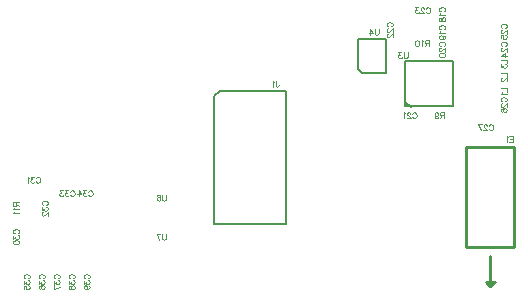
<source format=gbo>
G04 Layer_Color=32896*
%FSLAX25Y25*%
%MOIN*%
G70*
G01*
G75*
%ADD22C,0.01000*%
%ADD39C,0.00591*%
%ADD40C,0.00394*%
%ADD42C,0.00787*%
%ADD69C,0.00800*%
D22*
X409000Y264500D02*
Y274500D01*
Y264500D02*
X410500Y266000D01*
X407500D02*
X410500D01*
X407500D02*
X409000Y264500D01*
X401126Y310937D02*
X416874D01*
Y277472D02*
Y310937D01*
X401126Y277472D02*
X416874D01*
X401126D02*
Y310937D01*
D39*
X380500Y339500D02*
X396500D01*
Y324500D02*
Y339500D01*
X380500Y324500D02*
X396500D01*
X380500D02*
Y339500D01*
X365138Y336827D02*
X366220Y335744D01*
X374193D01*
Y346768D01*
X365138D02*
X374193D01*
X365138Y336827D02*
Y346768D01*
D40*
X392500Y356094D02*
X392313Y356188D01*
X392126Y356375D01*
X392032Y356563D01*
Y356938D01*
X392126Y357125D01*
X392313Y357313D01*
X392500Y357406D01*
X392782Y357500D01*
X393250D01*
X393531Y357406D01*
X393719Y357313D01*
X393906Y357125D01*
X394000Y356938D01*
Y356563D01*
X393906Y356375D01*
X393719Y356188D01*
X393531Y356094D01*
X392407Y355541D02*
X392313Y355354D01*
X392032Y355073D01*
X394000D01*
X392032Y353629D02*
X392126Y353911D01*
X392313Y354004D01*
X392500D01*
X392688Y353911D01*
X392782Y353723D01*
X392875Y353348D01*
X392969Y353067D01*
X393157Y352880D01*
X393344Y352786D01*
X393625D01*
X393813Y352880D01*
X393906Y352973D01*
X394000Y353255D01*
Y353629D01*
X393906Y353911D01*
X393813Y354004D01*
X393625Y354098D01*
X393344D01*
X393157Y354004D01*
X392969Y353817D01*
X392875Y353536D01*
X392782Y353161D01*
X392688Y352973D01*
X392500Y352880D01*
X392313D01*
X392126Y352973D01*
X392032Y353255D01*
Y353629D01*
X392500Y350094D02*
X392313Y350188D01*
X392126Y350375D01*
X392032Y350563D01*
Y350938D01*
X392126Y351125D01*
X392313Y351313D01*
X392500Y351406D01*
X392782Y351500D01*
X393250D01*
X393531Y351406D01*
X393719Y351313D01*
X393906Y351125D01*
X394000Y350938D01*
Y350563D01*
X393906Y350375D01*
X393719Y350188D01*
X393531Y350094D01*
X392407Y349541D02*
X392313Y349354D01*
X392032Y349073D01*
X394000D01*
X392688Y346880D02*
X392969Y346973D01*
X393157Y347161D01*
X393250Y347442D01*
Y347536D01*
X393157Y347817D01*
X392969Y348004D01*
X392688Y348098D01*
X392594D01*
X392313Y348004D01*
X392126Y347817D01*
X392032Y347536D01*
Y347442D01*
X392126Y347161D01*
X392313Y346973D01*
X392688Y346880D01*
X393157D01*
X393625Y346973D01*
X393906Y347161D01*
X394000Y347442D01*
Y347629D01*
X393906Y347911D01*
X393719Y348004D01*
X392500Y344594D02*
X392313Y344688D01*
X392126Y344875D01*
X392032Y345063D01*
Y345438D01*
X392126Y345625D01*
X392313Y345813D01*
X392500Y345906D01*
X392782Y346000D01*
X393250D01*
X393531Y345906D01*
X393719Y345813D01*
X393906Y345625D01*
X394000Y345438D01*
Y345063D01*
X393906Y344875D01*
X393719Y344688D01*
X393531Y344594D01*
X392500Y343948D02*
X392407D01*
X392219Y343854D01*
X392126Y343760D01*
X392032Y343573D01*
Y343198D01*
X392126Y343010D01*
X392219Y342917D01*
X392407Y342823D01*
X392594D01*
X392782Y342917D01*
X393063Y343104D01*
X394000Y344041D01*
Y342729D01*
X392032Y341726D02*
X392126Y342008D01*
X392407Y342195D01*
X392875Y342289D01*
X393157D01*
X393625Y342195D01*
X393906Y342008D01*
X394000Y341726D01*
Y341539D01*
X393906Y341258D01*
X393625Y341070D01*
X393157Y340977D01*
X392875D01*
X392407Y341070D01*
X392126Y341258D01*
X392032Y341539D01*
Y341726D01*
X383094Y322000D02*
X383188Y322187D01*
X383375Y322374D01*
X383563Y322468D01*
X383938D01*
X384125Y322374D01*
X384313Y322187D01*
X384406Y322000D01*
X384500Y321718D01*
Y321250D01*
X384406Y320969D01*
X384313Y320781D01*
X384125Y320594D01*
X383938Y320500D01*
X383563D01*
X383375Y320594D01*
X383188Y320781D01*
X383094Y320969D01*
X382448Y322000D02*
Y322093D01*
X382354Y322281D01*
X382260Y322374D01*
X382073Y322468D01*
X381698D01*
X381510Y322374D01*
X381417Y322281D01*
X381323Y322093D01*
Y321906D01*
X381417Y321718D01*
X381604Y321437D01*
X382541Y320500D01*
X381229D01*
X380789Y322093D02*
X380601Y322187D01*
X380320Y322468D01*
Y320500D01*
X375001Y351094D02*
X374813Y351188D01*
X374626Y351375D01*
X374532Y351563D01*
Y351938D01*
X374626Y352125D01*
X374813Y352313D01*
X375001Y352406D01*
X375282Y352500D01*
X375750D01*
X376031Y352406D01*
X376219Y352313D01*
X376406Y352125D01*
X376500Y351938D01*
Y351563D01*
X376406Y351375D01*
X376219Y351188D01*
X376031Y351094D01*
X375001Y350448D02*
X374907D01*
X374719Y350354D01*
X374626Y350260D01*
X374532Y350073D01*
Y349698D01*
X374626Y349510D01*
X374719Y349417D01*
X374907Y349323D01*
X375094D01*
X375282Y349417D01*
X375563Y349604D01*
X376500Y350541D01*
Y349229D01*
X375001Y348695D02*
X374907D01*
X374719Y348601D01*
X374626Y348508D01*
X374532Y348320D01*
Y347945D01*
X374626Y347758D01*
X374719Y347664D01*
X374907Y347570D01*
X375094D01*
X375282Y347664D01*
X375563Y347852D01*
X376500Y348789D01*
Y347477D01*
X387594Y356999D02*
X387688Y357187D01*
X387875Y357374D01*
X388063Y357468D01*
X388438D01*
X388625Y357374D01*
X388813Y357187D01*
X388906Y356999D01*
X389000Y356718D01*
Y356250D01*
X388906Y355969D01*
X388813Y355781D01*
X388625Y355594D01*
X388438Y355500D01*
X388063D01*
X387875Y355594D01*
X387688Y355781D01*
X387594Y355969D01*
X386948Y356999D02*
Y357093D01*
X386854Y357281D01*
X386760Y357374D01*
X386573Y357468D01*
X386198D01*
X386010Y357374D01*
X385917Y357281D01*
X385823Y357093D01*
Y356906D01*
X385917Y356718D01*
X386104Y356437D01*
X387041Y355500D01*
X385729D01*
X385101Y357468D02*
X384070D01*
X384633Y356718D01*
X384352D01*
X384164Y356625D01*
X384070Y356531D01*
X383977Y356250D01*
Y356062D01*
X384070Y355781D01*
X384258Y355594D01*
X384539Y355500D01*
X384820D01*
X385101Y355594D01*
X385195Y355687D01*
X385289Y355875D01*
X413000Y344594D02*
X412813Y344688D01*
X412626Y344875D01*
X412532Y345063D01*
Y345438D01*
X412626Y345625D01*
X412813Y345813D01*
X413000Y345906D01*
X413282Y346000D01*
X413750D01*
X414031Y345906D01*
X414219Y345813D01*
X414406Y345625D01*
X414500Y345438D01*
Y345063D01*
X414406Y344875D01*
X414219Y344688D01*
X414031Y344594D01*
X413000Y343948D02*
X412907D01*
X412719Y343854D01*
X412626Y343760D01*
X412532Y343573D01*
Y343198D01*
X412626Y343010D01*
X412719Y342917D01*
X412907Y342823D01*
X413094D01*
X413282Y342917D01*
X413563Y343104D01*
X414500Y344041D01*
Y342729D01*
X412532Y341352D02*
X413844Y342289D01*
Y340883D01*
X412532Y341352D02*
X414500D01*
X413000Y350594D02*
X412813Y350688D01*
X412626Y350875D01*
X412532Y351063D01*
Y351438D01*
X412626Y351625D01*
X412813Y351813D01*
X413000Y351906D01*
X413282Y352000D01*
X413750D01*
X414031Y351906D01*
X414219Y351813D01*
X414406Y351625D01*
X414500Y351438D01*
Y351063D01*
X414406Y350875D01*
X414219Y350688D01*
X414031Y350594D01*
X413000Y349948D02*
X412907D01*
X412719Y349854D01*
X412626Y349760D01*
X412532Y349573D01*
Y349198D01*
X412626Y349010D01*
X412719Y348917D01*
X412907Y348823D01*
X413094D01*
X413282Y348917D01*
X413563Y349104D01*
X414500Y350041D01*
Y348729D01*
X412532Y347164D02*
Y348101D01*
X413375Y348195D01*
X413282Y348101D01*
X413188Y347820D01*
Y347539D01*
X413282Y347258D01*
X413469Y347070D01*
X413750Y346977D01*
X413938D01*
X414219Y347070D01*
X414406Y347258D01*
X414500Y347539D01*
Y347820D01*
X414406Y348101D01*
X414313Y348195D01*
X414125Y348289D01*
X413000Y326094D02*
X412813Y326188D01*
X412626Y326375D01*
X412532Y326563D01*
Y326938D01*
X412626Y327125D01*
X412813Y327313D01*
X413000Y327406D01*
X413282Y327500D01*
X413750D01*
X414031Y327406D01*
X414219Y327313D01*
X414406Y327125D01*
X414500Y326938D01*
Y326563D01*
X414406Y326375D01*
X414219Y326188D01*
X414031Y326094D01*
X413000Y325448D02*
X412907D01*
X412719Y325354D01*
X412626Y325260D01*
X412532Y325073D01*
Y324698D01*
X412626Y324510D01*
X412719Y324417D01*
X412907Y324323D01*
X413094D01*
X413282Y324417D01*
X413563Y324604D01*
X414500Y325541D01*
Y324229D01*
X412813Y322664D02*
X412626Y322758D01*
X412532Y323039D01*
Y323226D01*
X412626Y323508D01*
X412907Y323695D01*
X413375Y323789D01*
X413844D01*
X414219Y323695D01*
X414406Y323508D01*
X414500Y323226D01*
Y323133D01*
X414406Y322852D01*
X414219Y322664D01*
X413938Y322570D01*
X413844D01*
X413563Y322664D01*
X413375Y322852D01*
X413282Y323133D01*
Y323226D01*
X413375Y323508D01*
X413563Y323695D01*
X413844Y323789D01*
X408594Y318000D02*
X408688Y318187D01*
X408875Y318374D01*
X409063Y318468D01*
X409438D01*
X409625Y318374D01*
X409813Y318187D01*
X409906Y318000D01*
X410000Y317718D01*
Y317250D01*
X409906Y316969D01*
X409813Y316781D01*
X409625Y316594D01*
X409438Y316500D01*
X409063D01*
X408875Y316594D01*
X408688Y316781D01*
X408594Y316969D01*
X407948Y318000D02*
Y318093D01*
X407854Y318281D01*
X407760Y318374D01*
X407573Y318468D01*
X407198D01*
X407010Y318374D01*
X406917Y318281D01*
X406823Y318093D01*
Y317906D01*
X406917Y317718D01*
X407104Y317437D01*
X408041Y316500D01*
X406729D01*
X404977Y318468D02*
X405914Y316500D01*
X406289Y318468D02*
X404977D01*
X250500Y282094D02*
X250313Y282188D01*
X250126Y282375D01*
X250032Y282563D01*
Y282938D01*
X250126Y283125D01*
X250313Y283313D01*
X250500Y283406D01*
X250782Y283500D01*
X251250D01*
X251531Y283406D01*
X251719Y283313D01*
X251906Y283125D01*
X252000Y282938D01*
Y282563D01*
X251906Y282375D01*
X251719Y282188D01*
X251531Y282094D01*
X250032Y281354D02*
Y280323D01*
X250782Y280885D01*
Y280604D01*
X250875Y280417D01*
X250969Y280323D01*
X251250Y280229D01*
X251438D01*
X251719Y280323D01*
X251906Y280510D01*
X252000Y280792D01*
Y281073D01*
X251906Y281354D01*
X251813Y281448D01*
X251625Y281541D01*
X250032Y279226D02*
X250126Y279508D01*
X250407Y279695D01*
X250875Y279789D01*
X251156D01*
X251625Y279695D01*
X251906Y279508D01*
X252000Y279226D01*
Y279039D01*
X251906Y278758D01*
X251625Y278570D01*
X251156Y278477D01*
X250875D01*
X250407Y278570D01*
X250126Y278758D01*
X250032Y279039D01*
Y279226D01*
X257594Y300500D02*
X257688Y300687D01*
X257875Y300874D01*
X258063Y300968D01*
X258438D01*
X258625Y300874D01*
X258813Y300687D01*
X258906Y300500D01*
X259000Y300218D01*
Y299750D01*
X258906Y299469D01*
X258813Y299281D01*
X258625Y299094D01*
X258438Y299000D01*
X258063D01*
X257875Y299094D01*
X257688Y299281D01*
X257594Y299469D01*
X256854Y300968D02*
X255823D01*
X256385Y300218D01*
X256104D01*
X255917Y300125D01*
X255823Y300031D01*
X255729Y299750D01*
Y299562D01*
X255823Y299281D01*
X256010Y299094D01*
X256292Y299000D01*
X256573D01*
X256854Y299094D01*
X256948Y299187D01*
X257041Y299375D01*
X255289Y300593D02*
X255101Y300687D01*
X254820Y300968D01*
Y299000D01*
X260000Y291594D02*
X259813Y291688D01*
X259626Y291875D01*
X259532Y292063D01*
Y292438D01*
X259626Y292625D01*
X259813Y292813D01*
X260000Y292906D01*
X260282Y293000D01*
X260750D01*
X261031Y292906D01*
X261219Y292813D01*
X261406Y292625D01*
X261500Y292438D01*
Y292063D01*
X261406Y291875D01*
X261219Y291688D01*
X261031Y291594D01*
X259532Y290854D02*
Y289823D01*
X260282Y290385D01*
Y290104D01*
X260375Y289917D01*
X260469Y289823D01*
X260750Y289729D01*
X260938D01*
X261219Y289823D01*
X261406Y290010D01*
X261500Y290292D01*
Y290573D01*
X261406Y290854D01*
X261313Y290948D01*
X261125Y291041D01*
X260000Y289195D02*
X259907D01*
X259719Y289101D01*
X259626Y289008D01*
X259532Y288820D01*
Y288445D01*
X259626Y288258D01*
X259719Y288164D01*
X259907Y288070D01*
X260094D01*
X260282Y288164D01*
X260563Y288352D01*
X261500Y289289D01*
Y287977D01*
X269094Y296000D02*
X269188Y296187D01*
X269375Y296374D01*
X269563Y296468D01*
X269938D01*
X270125Y296374D01*
X270313Y296187D01*
X270406Y296000D01*
X270500Y295718D01*
Y295250D01*
X270406Y294969D01*
X270313Y294781D01*
X270125Y294594D01*
X269938Y294500D01*
X269563D01*
X269375Y294594D01*
X269188Y294781D01*
X269094Y294969D01*
X268354Y296468D02*
X267323D01*
X267885Y295718D01*
X267604D01*
X267417Y295625D01*
X267323Y295531D01*
X267229Y295250D01*
Y295062D01*
X267323Y294781D01*
X267510Y294594D01*
X267792Y294500D01*
X268073D01*
X268354Y294594D01*
X268448Y294687D01*
X268541Y294875D01*
X266601Y296468D02*
X265570D01*
X266133Y295718D01*
X265852D01*
X265664Y295625D01*
X265570Y295531D01*
X265477Y295250D01*
Y295062D01*
X265570Y294781D01*
X265758Y294594D01*
X266039Y294500D01*
X266320D01*
X266601Y294594D01*
X266695Y294687D01*
X266789Y294875D01*
X275094Y296000D02*
X275188Y296187D01*
X275375Y296374D01*
X275563Y296468D01*
X275938D01*
X276125Y296374D01*
X276313Y296187D01*
X276406Y296000D01*
X276500Y295718D01*
Y295250D01*
X276406Y294969D01*
X276313Y294781D01*
X276125Y294594D01*
X275938Y294500D01*
X275563D01*
X275375Y294594D01*
X275188Y294781D01*
X275094Y294969D01*
X274354Y296468D02*
X273323D01*
X273885Y295718D01*
X273604D01*
X273417Y295625D01*
X273323Y295531D01*
X273229Y295250D01*
Y295062D01*
X273323Y294781D01*
X273510Y294594D01*
X273792Y294500D01*
X274073D01*
X274354Y294594D01*
X274448Y294687D01*
X274541Y294875D01*
X271852Y296468D02*
X272789Y295156D01*
X271383D01*
X271852Y296468D02*
Y294500D01*
X254000Y267094D02*
X253813Y267188D01*
X253626Y267375D01*
X253532Y267563D01*
Y267938D01*
X253626Y268125D01*
X253813Y268313D01*
X254000Y268406D01*
X254282Y268500D01*
X254750D01*
X255031Y268406D01*
X255219Y268313D01*
X255406Y268125D01*
X255500Y267938D01*
Y267563D01*
X255406Y267375D01*
X255219Y267188D01*
X255031Y267094D01*
X253532Y266354D02*
Y265323D01*
X254282Y265885D01*
Y265604D01*
X254375Y265417D01*
X254469Y265323D01*
X254750Y265229D01*
X254938D01*
X255219Y265323D01*
X255406Y265510D01*
X255500Y265792D01*
Y266073D01*
X255406Y266354D01*
X255313Y266448D01*
X255125Y266541D01*
X253532Y263664D02*
Y264601D01*
X254375Y264695D01*
X254282Y264601D01*
X254188Y264320D01*
Y264039D01*
X254282Y263758D01*
X254469Y263570D01*
X254750Y263477D01*
X254938D01*
X255219Y263570D01*
X255406Y263758D01*
X255500Y264039D01*
Y264320D01*
X255406Y264601D01*
X255313Y264695D01*
X255125Y264789D01*
X259000Y267094D02*
X258813Y267188D01*
X258626Y267375D01*
X258532Y267563D01*
Y267938D01*
X258626Y268125D01*
X258813Y268313D01*
X259000Y268406D01*
X259282Y268500D01*
X259750D01*
X260031Y268406D01*
X260219Y268313D01*
X260406Y268125D01*
X260500Y267938D01*
Y267563D01*
X260406Y267375D01*
X260219Y267188D01*
X260031Y267094D01*
X258532Y266354D02*
Y265323D01*
X259282Y265885D01*
Y265604D01*
X259375Y265417D01*
X259469Y265323D01*
X259750Y265229D01*
X259938D01*
X260219Y265323D01*
X260406Y265510D01*
X260500Y265792D01*
Y266073D01*
X260406Y266354D01*
X260313Y266448D01*
X260125Y266541D01*
X258813Y263664D02*
X258626Y263758D01*
X258532Y264039D01*
Y264227D01*
X258626Y264508D01*
X258907Y264695D01*
X259375Y264789D01*
X259844D01*
X260219Y264695D01*
X260406Y264508D01*
X260500Y264227D01*
Y264133D01*
X260406Y263852D01*
X260219Y263664D01*
X259938Y263570D01*
X259844D01*
X259563Y263664D01*
X259375Y263852D01*
X259282Y264133D01*
Y264227D01*
X259375Y264508D01*
X259563Y264695D01*
X259844Y264789D01*
X264001Y267094D02*
X263813Y267188D01*
X263626Y267375D01*
X263532Y267563D01*
Y267938D01*
X263626Y268125D01*
X263813Y268313D01*
X264001Y268406D01*
X264282Y268500D01*
X264750D01*
X265031Y268406D01*
X265219Y268313D01*
X265406Y268125D01*
X265500Y267938D01*
Y267563D01*
X265406Y267375D01*
X265219Y267188D01*
X265031Y267094D01*
X263532Y266354D02*
Y265323D01*
X264282Y265885D01*
Y265604D01*
X264375Y265417D01*
X264469Y265323D01*
X264750Y265229D01*
X264938D01*
X265219Y265323D01*
X265406Y265510D01*
X265500Y265792D01*
Y266073D01*
X265406Y266354D01*
X265313Y266448D01*
X265125Y266541D01*
X263532Y263477D02*
X265500Y264414D01*
X263532Y264789D02*
Y263477D01*
X269001Y267094D02*
X268813Y267188D01*
X268626Y267375D01*
X268532Y267563D01*
Y267938D01*
X268626Y268125D01*
X268813Y268313D01*
X269001Y268406D01*
X269282Y268500D01*
X269750D01*
X270031Y268406D01*
X270219Y268313D01*
X270406Y268125D01*
X270500Y267938D01*
Y267563D01*
X270406Y267375D01*
X270219Y267188D01*
X270031Y267094D01*
X268532Y266354D02*
Y265323D01*
X269282Y265885D01*
Y265604D01*
X269375Y265417D01*
X269469Y265323D01*
X269750Y265229D01*
X269938D01*
X270219Y265323D01*
X270406Y265510D01*
X270500Y265792D01*
Y266073D01*
X270406Y266354D01*
X270313Y266448D01*
X270125Y266541D01*
X268532Y264320D02*
X268626Y264601D01*
X268813Y264695D01*
X269001D01*
X269188Y264601D01*
X269282Y264414D01*
X269375Y264039D01*
X269469Y263758D01*
X269656Y263570D01*
X269844Y263477D01*
X270125D01*
X270313Y263570D01*
X270406Y263664D01*
X270500Y263945D01*
Y264320D01*
X270406Y264601D01*
X270313Y264695D01*
X270125Y264789D01*
X269844D01*
X269656Y264695D01*
X269469Y264508D01*
X269375Y264227D01*
X269282Y263852D01*
X269188Y263664D01*
X269001Y263570D01*
X268813D01*
X268626Y263664D01*
X268532Y263945D01*
Y264320D01*
X274001Y267094D02*
X273813Y267188D01*
X273626Y267375D01*
X273532Y267563D01*
Y267938D01*
X273626Y268125D01*
X273813Y268313D01*
X274001Y268406D01*
X274282Y268500D01*
X274750D01*
X275031Y268406D01*
X275219Y268313D01*
X275406Y268125D01*
X275500Y267938D01*
Y267563D01*
X275406Y267375D01*
X275219Y267188D01*
X275031Y267094D01*
X273532Y266354D02*
Y265323D01*
X274282Y265885D01*
Y265604D01*
X274375Y265417D01*
X274469Y265323D01*
X274750Y265229D01*
X274938D01*
X275219Y265323D01*
X275406Y265510D01*
X275500Y265792D01*
Y266073D01*
X275406Y266354D01*
X275313Y266448D01*
X275125Y266541D01*
X274188Y263570D02*
X274469Y263664D01*
X274657Y263852D01*
X274750Y264133D01*
Y264227D01*
X274657Y264508D01*
X274469Y264695D01*
X274188Y264789D01*
X274094D01*
X273813Y264695D01*
X273626Y264508D01*
X273532Y264227D01*
Y264133D01*
X273626Y263852D01*
X273813Y263664D01*
X274188Y263570D01*
X274657D01*
X275125Y263664D01*
X275406Y263852D01*
X275500Y264133D01*
Y264320D01*
X275406Y264601D01*
X275219Y264695D01*
X415282Y314468D02*
X416500D01*
Y312500D01*
X415282D01*
X416500Y313531D02*
X415750D01*
X414954Y314093D02*
X414766Y314187D01*
X414485Y314468D01*
Y312500D01*
X337563Y332968D02*
Y331469D01*
X337656Y331187D01*
X337750Y331094D01*
X337938Y331000D01*
X338125D01*
X338313Y331094D01*
X338406Y331187D01*
X338500Y331469D01*
Y331656D01*
X337057Y332593D02*
X336869Y332687D01*
X336588Y332968D01*
Y331000D01*
X412532Y330500D02*
X414500D01*
Y329375D01*
X412907Y329160D02*
X412813Y328972D01*
X412532Y328691D01*
X414500D01*
X412532Y335500D02*
X414500D01*
Y334375D01*
X413000Y334066D02*
X412907D01*
X412719Y333972D01*
X412626Y333879D01*
X412532Y333691D01*
Y333316D01*
X412626Y333129D01*
X412719Y333035D01*
X412907Y332942D01*
X413094D01*
X413282Y333035D01*
X413563Y333223D01*
X414500Y334160D01*
Y332848D01*
X412532Y340000D02*
X414500D01*
Y338875D01*
X412532Y338472D02*
Y337441D01*
X413282Y338004D01*
Y337723D01*
X413375Y337535D01*
X413469Y337441D01*
X413750Y337348D01*
X413938D01*
X414219Y337441D01*
X414406Y337629D01*
X414500Y337910D01*
Y338191D01*
X414406Y338472D01*
X414313Y338566D01*
X414125Y338660D01*
X393500Y322468D02*
Y320500D01*
Y322468D02*
X392656D01*
X392375Y322374D01*
X392282Y322281D01*
X392188Y322093D01*
Y321906D01*
X392282Y321718D01*
X392375Y321625D01*
X392656Y321531D01*
X393500D01*
X392844D02*
X392188Y320500D01*
X390529Y321812D02*
X390623Y321531D01*
X390810Y321343D01*
X391091Y321250D01*
X391185D01*
X391466Y321343D01*
X391654Y321531D01*
X391747Y321812D01*
Y321906D01*
X391654Y322187D01*
X391466Y322374D01*
X391185Y322468D01*
X391091D01*
X390810Y322374D01*
X390623Y322187D01*
X390529Y321812D01*
Y321343D01*
X390623Y320875D01*
X390810Y320594D01*
X391091Y320500D01*
X391279D01*
X391560Y320594D01*
X391654Y320781D01*
X388500Y346468D02*
Y344500D01*
Y346468D02*
X387656D01*
X387375Y346374D01*
X387282Y346281D01*
X387188Y346093D01*
Y345906D01*
X387282Y345718D01*
X387375Y345625D01*
X387656Y345531D01*
X388500D01*
X387844D02*
X387188Y344500D01*
X386748Y346093D02*
X386560Y346187D01*
X386279Y346468D01*
Y344500D01*
X384742Y346468D02*
X385023Y346374D01*
X385210Y346093D01*
X385304Y345625D01*
Y345343D01*
X385210Y344875D01*
X385023Y344594D01*
X384742Y344500D01*
X384555D01*
X384273Y344594D01*
X384086Y344875D01*
X383992Y345343D01*
Y345625D01*
X384086Y346093D01*
X384273Y346374D01*
X384555Y346468D01*
X384742D01*
X250032Y292500D02*
X252000D01*
X250032D02*
Y291656D01*
X250126Y291375D01*
X250219Y291282D01*
X250407Y291188D01*
X250594D01*
X250782Y291282D01*
X250875Y291375D01*
X250969Y291656D01*
Y292500D01*
Y291844D02*
X252000Y291188D01*
X250407Y290747D02*
X250313Y290560D01*
X250032Y290279D01*
X252000D01*
X250407Y289304D02*
X250313Y289117D01*
X250032Y288836D01*
X252000D01*
X381500Y342468D02*
Y341062D01*
X381406Y340781D01*
X381219Y340594D01*
X380938Y340500D01*
X380750D01*
X380469Y340594D01*
X380282Y340781D01*
X380188Y341062D01*
Y342468D01*
X379457D02*
X378426D01*
X378988Y341718D01*
X378707D01*
X378520Y341625D01*
X378426Y341531D01*
X378332Y341250D01*
Y341062D01*
X378426Y340781D01*
X378613Y340594D01*
X378895Y340500D01*
X379176D01*
X379457Y340594D01*
X379551Y340687D01*
X379644Y340875D01*
X371831Y350299D02*
Y348893D01*
X371737Y348612D01*
X371550Y348424D01*
X371268Y348331D01*
X371081D01*
X370800Y348424D01*
X370612Y348612D01*
X370519Y348893D01*
Y350299D01*
X369038D02*
X369975Y348987D01*
X368569D01*
X369038Y350299D02*
Y348331D01*
X301000Y294968D02*
Y293562D01*
X300906Y293281D01*
X300719Y293094D01*
X300438Y293000D01*
X300250D01*
X299969Y293094D01*
X299782Y293281D01*
X299688Y293562D01*
Y294968D01*
X298020Y294687D02*
X298113Y294874D01*
X298395Y294968D01*
X298582D01*
X298863Y294874D01*
X299051Y294593D01*
X299144Y294125D01*
Y293656D01*
X299051Y293281D01*
X298863Y293094D01*
X298582Y293000D01*
X298488D01*
X298207Y293094D01*
X298020Y293281D01*
X297926Y293562D01*
Y293656D01*
X298020Y293937D01*
X298207Y294125D01*
X298488Y294218D01*
X298582D01*
X298863Y294125D01*
X299051Y293937D01*
X299144Y293656D01*
X301000Y281968D02*
Y280562D01*
X300906Y280281D01*
X300719Y280094D01*
X300438Y280000D01*
X300250D01*
X299969Y280094D01*
X299782Y280281D01*
X299688Y280562D01*
Y281968D01*
X297832D02*
X298769Y280000D01*
X299144Y281968D02*
X297832D01*
D42*
X316992Y285256D02*
X341008D01*
Y329744D01*
X316992Y285256D02*
Y327776D01*
X318961Y329744D01*
X341008D01*
D69*
X380616Y326010D02*
X382585Y324110D01*
M02*

</source>
